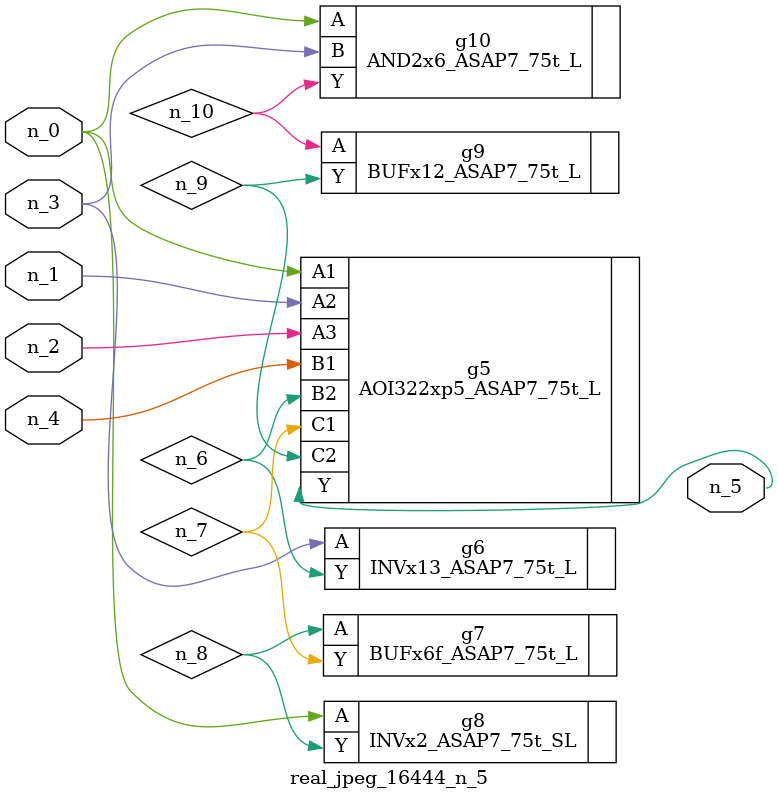
<source format=v>
module real_jpeg_16444_n_5 (n_4, n_0, n_1, n_2, n_3, n_5);

input n_4;
input n_0;
input n_1;
input n_2;
input n_3;

output n_5;

wire n_8;
wire n_6;
wire n_7;
wire n_10;
wire n_9;

AOI322xp5_ASAP7_75t_L g5 ( 
.A1(n_0),
.A2(n_1),
.A3(n_2),
.B1(n_4),
.B2(n_6),
.C1(n_7),
.C2(n_9),
.Y(n_5)
);

INVx2_ASAP7_75t_SL g8 ( 
.A(n_0),
.Y(n_8)
);

AND2x6_ASAP7_75t_L g10 ( 
.A(n_0),
.B(n_3),
.Y(n_10)
);

INVx13_ASAP7_75t_L g6 ( 
.A(n_3),
.Y(n_6)
);

BUFx6f_ASAP7_75t_L g7 ( 
.A(n_8),
.Y(n_7)
);

BUFx12_ASAP7_75t_L g9 ( 
.A(n_10),
.Y(n_9)
);


endmodule
</source>
